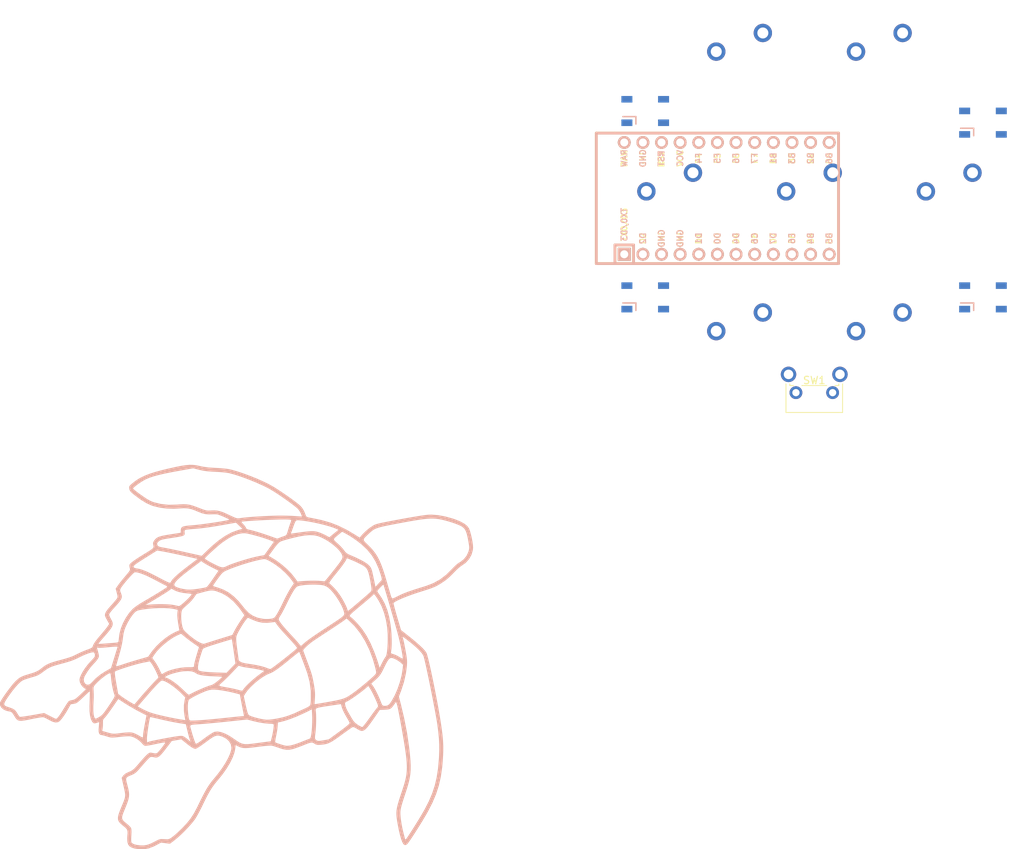
<source format=kicad_pcb>
(kicad_pcb (version 20211014) (generator pcbnew)
  (layers (0 "F.Cu" signal) (31 "B.Cu" signal) (34 "B.Paste" user) (35 "F.Paste" user) (36 "B.SilkS" user "B.Silkscreen") (37 "F.SilkS" user "F.Silkscreen") (38 "B.Mask" user) (39 "F.Mask" user) (44 "Edge.Cuts" user))
  (net 0 "")
  (net 2 "GND")
  (net 3 "VCC")
  (net 4 "reset")
  (net 5 "Net-(RGB1-Pad2)")
  (net 6 "LED")
  (net 7 "Net-(RGB2-Pad2)")
  (net 8 "Net-(RGB3-Pad2)")
  (net 11 "MX1")
  (net 12 "MX2")
  (net 13 "MX3")
  (net 15 "MX4")
  (net 16 "MX5")
  (net 17 "MX6")
  (net 18 "MX7")
  (footprint "0xcb:SW_Cherry_MX_PCB_1.00u" (layer "F.Cu") (at 137.31875 108.825939)
    (fp_text reference "MX7")
    (fp_text value "MX-NoLED")
    (pad "" np_thru_hole circle (at 0 0) (size 4 4) (drill 4) (layers *.Cu *.Mask))
    (pad "" np_thru_hole circle (at 5.08 0) (size 1.75 1.75) (drill 1.75) (layers *.Cu *.Mask))
    (pad "" np_thru_hole circle (at -5.08 0) (size 1.75 1.75) (drill 1.75) (layers *.Cu *.Mask))
    (pad "1" thru_hole circle (at -3.81 -2.54) (size 2.5 2.5) (drill 1.5) (layers *.Cu *.Mask) (net 2 "GND"))
    (pad "2" thru_hole circle (at 2.54 -5.08) (size 2.5 2.5) (drill 1.5) (layers *.Cu *.Mask) (net 18 "MX7"))
  )
  (footprint "0xcb:SW_Cherry_MX_PCB_1.00u" (layer "F.Cu") (at 118.26875 70.725939)
    (fp_text reference "MX1")
    (fp_text value "MX-NoLED")
    (pad "" np_thru_hole circle (at 5.08 0) (size 1.75 1.75) (drill 1.75) (layers *.Cu *.Mask))
    (pad "" np_thru_hole circle (at 0 0) (size 4 4) (drill 4) (layers *.Cu *.Mask))
    (pad "" np_thru_hole circle (at -5.08 0) (size 1.75 1.75) (drill 1.75) (layers *.Cu *.Mask))
    (pad "1" thru_hole circle (at -3.81 -2.54) (size 2.5 2.5) (drill 1.5) (layers *.Cu *.Mask) (net 2 "GND"))
    (pad "2" thru_hole circle (at 2.54 -5.08) (size 2.5 2.5) (drill 1.5) (layers *.Cu *.Mask) (net 11 "MX1"))
  )
  (footprint "Keebio-Parts:ArduinoProMicro" (layer "F.Cu") (at 115.8875 88.188439)
    (fp_text reference "U1" hide)
    (fp_text value "ProMicro" hide)
    (fp_text user "E6" (at 8.89 5.461 90) (layer "B.SilkS") (effects (font (size 0.8 0.8)) (justify mirror)))
    (fp_text user "RAW" (at -13.97 -5.461 90) (layer "B.SilkS") (effects (font (size 0.8 0.8)) (justify mirror)))
    (fp_text user "F4" (at -3.81 -5.461 90) (layer "B.SilkS") (effects (font (size 0.8 0.8)) (justify mirror)))
    (fp_text user "B1" (at 6.35 -5.461 90) (layer "B.SilkS") (effects (font (size 0.8 0.8)) (justify mirror)))
    (fp_text user "VCC" (at -6.35 -5.461 90) (layer "B.SilkS") (effects (font (size 0.8 0.8)) (justify mirror)))
    (fp_text user "ST" (at -8.91 -5.04 90) (layer "B.SilkS") (effects (font (size 0.8 0.8)) (justify mirror)))
    (fp_text user "D4" (at 1.27 5.461 90) (layer "B.SilkS") (effects (font (size 0.8 0.8)) (justify mirror)))
    (fp_text user "D2" (at -11.43 5.461 90) (layer "B.SilkS") (effects (font (size 0.8 0.8)) (justify mirror)))
    (fp_text user "F5" (at -1.27 -5.461 90) (layer "B.SilkS") (effects (font (size 0.8 0.8)) (justify mirror)))
    (fp_text user "D1" (at -3.81 5.461 90) (layer "B.SilkS") (effects (font (size 0.8 0.8)) (justify mirror)))
    (fp_text user "B2" (at 11.43 -5.461 90) (layer "B.SilkS") (effects (font (size 0.8 0.8)) (justify mirror)))
    (fp_text user "F7" (at 3.81 -5.461 90) (layer "B.SilkS") (effects (font (size 0.8 0.8)) (justify mirror)))
    (fp_text user "C6" (at 3.81 5.461 90) (layer "B.SilkS") (effects (font (size 0.8 0.8)) (justify mirror)))
    (fp_text user "D0" (at -1.27 5.461 90) (layer "B.SilkS") (effects (font (size 0.8 0.8)) (justify mirror)))
    (fp_text user "GND" (at -6.35 5.461 90) (layer "B.SilkS") (effects (font (size 0.8 0.8)) (justify mirror)))
    (fp_text user "B4" (at 11.43 5.461 90) (layer "B.SilkS") (effects (font (size 0.8 0.8)) (justify mirror)))
    (fp_text user "GND" (at -8.89 5.461 90) (layer "B.SilkS") (effects (font (size 0.8 0.8)) (justify mirror)))
    (fp_text user "F6" (at 1.27 -5.461 90) (layer "B.SilkS") (effects (font (size 0.8 0.8)) (justify mirror)))
    (fp_text user "TX0/D3" (at -13.97 3.571872 90) (layer "B.SilkS") (effects (font (size 0.8 0.8)) (justify mirror)))
    (fp_text user "B3" (at 8.89 -5.461 90) (layer "B.SilkS") (effects (font (size 0.8 0.8)) (justify mirror)))
    (fp_text user "B5" (at 13.97 5.461 90) (layer "B.SilkS") (effects (font (size 0.8 0.8)) (justify mirror)))
    (fp_text user "D7" (at 6.35 5.461 90) (layer "B.SilkS") (effects (font (size 0.8 0.8)) (justify mirror)))
    (fp_text user "GND" (at -11.43 -5.461 90) (layer "B.SilkS") (effects (font (size 0.8 0.8)) (justify mirror)))
    (fp_text user "B6" (at 13.97 -5.461 90) (layer "B.SilkS") (effects (font (size 0.8 0.8)) (justify mirror)))
    (fp_text user "C6" (at 3.81 5.461 90) (layer "F.SilkS") (effects (font (size 0.8 0.8))))
    (fp_text user "GND" (at -6.35 5.461 90) (layer "F.SilkS") (effects (font (size 0.8 0.8))))
    (fp_text user "B5" (at 13.97 5.461 90) (layer "F.SilkS") (effects (font (size 0.8 0.8))))
    (fp_text user "GND" (at -11.43 -5.461 90) (layer "F.SilkS") (effects (font (size 0.8 0.8))))
    (fp_text user "E6" (at 8.89 5.461 90) (layer "F.SilkS") (effects (font (size 0.8 0.8))))
    (fp_text user "F7" (at 3.81 -5.461 90) (layer "F.SilkS") (effects (font (size 0.8 0.8))))
    (fp_text user "D7" (at 6.35 5.461 90) (layer "F.SilkS") (effects (font (size 0.8 0.8))))
    (fp_text user "D4" (at 1.27 5.461 90) (layer "F.SilkS") (effects (font (size 0.8 0.8))))
    (fp_text user "B6" (at 13.97 -5.461 90) (layer "F.SilkS") (effects (font (size 0.8 0.8))))
    (fp_text user "F4" (at -3.81 -5.461 90) (layer "F.SilkS") (effects (font (size 0.8 0.8))))
    (fp_text user "ST" (at -8.92 -5.73312 90) (layer "F.SilkS") (effects (font (size 0.8 0.8))))
    (fp_text user "RAW" (at -13.97 -5.461 90) (layer "F.SilkS") (effects (font (size 0.8 0.8))))
    (fp_text user "GND" (at -8.89 5.461 90) (layer "F.SilkS") (effects (font (size 0.8 0.8))))
    (fp_text user "F6" (at 1.27 -5.461 90) (layer "F.SilkS") (effects (font (size 0.8 0.8))))
    (fp_text user "D1" (at -3.81 5.461 90) (layer "F.SilkS") (effects (font (size 0.8 0.8))))
    (fp_text user "D0" (at -1.27 5.461 90) (layer "F.SilkS") (effects (font (size 0.8 0.8))))
    (fp_text user "VCC" (at -6.35 -5.461 90) (layer "F.SilkS") (effects (font (size 0.8 0.8))))
    (fp_text user "B2" (at 11.43 -5.461 90) (layer "F.SilkS") (effects (font (size 0.8 0.8))))
    (fp_text user "TX0/D3" (at -13.97 3.571872 90) (layer "F.SilkS") (effects (font (size 0.8 0.8))))
    (fp_text user "B1" (at 6.35 -5.461 90) (layer "F.SilkS") (effects (font (size 0.8 0.8))))
    (fp_text user "B3" (at 8.89 -5.461 90) (layer "F.SilkS") (effects (font (size 0.8 0.8))))
    (fp_text user "D2" (at -11.43 5.461 90) (layer "F.SilkS") (effects (font (size 0.8 0.8))))
    (fp_text user "F5" (at -1.27 -5.461 90) (layer "F.SilkS") (effects (font (size 0.8 0.8))))
    (fp_text user "B4" (at 11.43 5.461 90) (layer "F.SilkS") (effects (font (size 0.8 0.8))))
    (pad "1" thru_hole rect locked (at -13.97 7.62) (size 1.7526 1.7526) (drill 1.0922) (layers *.Cu *.SilkS *.Mask) (net 6 "LED"))
    (pad "2" thru_hole circle locked (at -11.43 7.62) (size 1.7526 1.7526) (drill 1.0922) (layers *.Cu *.SilkS *.Mask))
    (pad "3" thru_hole circle locked (at -8.89 7.62) (size 1.7526 1.7526) (drill 1.0922) (layers *.Cu *.SilkS *.Mask) (net 2 "GND"))
    (pad "4" thru_hole circle locked (at -6.35 7.62) (size 1.7526 1.7526) (drill 1.0922) (layers *.Cu *.SilkS *.Mask) (net 2 "GND"))
    (pad "5" thru_hole circle locked (at -3.81 7.62) (size 1.7526 1.7526) (drill 1.0922) (layers *.Cu *.SilkS *.Mask))
    (pad "6" thru_hole circle locked (at -1.27 7.62) (size 1.7526 1.7526) (drill 1.0922) (layers *.Cu *.SilkS *.Mask))
    (pad "7" thru_hole circle locked (at 1.27 7.62) (size 1.7526 1.7526) (drill 1.0922) (layers *.Cu *.SilkS *.Mask))
    (pad "8" thru_hole circle locked (at 3.81 7.62) (size 1.7526 1.7526) (drill 1.0922) (layers *.Cu *.SilkS *.Mask))
    (pad "9" thru_hole circle locked (at 6.35 7.62) (size 1.7526 1.7526) (drill 1.0922) (layers *.Cu *.SilkS *.Mask) (net 12 "MX2"))
    (pad "10" thru_hole circle locked (at 8.89 7.62) (size 1.7526 1.7526) (drill 1.0922) (layers *.Cu *.SilkS *.Mask) (net 11 "MX1"))
    (pad "11" thru_hole circle locked (at 11.43 7.62) (size 1.7526 1.7526) (drill 1.0922) (layers *.Cu *.SilkS *.Mask) (net 17 "MX6"))
    (pad "12" thru_hole circle locked (at 13.97 7.62) (size 1.7526 1.7526) (drill 1.0922) (layers *.Cu *.SilkS *.Mask) (net 16 "MX5"))
    (pad "13" thru_hole circle locked (at 13.97 -7.62) (size 1.7526 1.7526) (drill 1.0922) (layers *.Cu *.SilkS *.Mask))
    (pad "14" thru_hole circle locked (at 11.43 -7.62) (size 1.7526 1.7526) (drill 1.0922) (layers *.Cu *.SilkS *.Mask) (net 18 "MX7"))
    (pad "15" thru_hole circle locked (at 8.89 -7.62) (size 1.7526 1.7526) (drill 1.0922) (layers *.Cu *.SilkS *.Mask) (net 15 "MX4"))
    (pad "16" thru_hole circle locked (at 6.35 -7.62) (size 1.7526 1.7526) (drill 1.0922) (layers *.Cu *.SilkS *.Mask) (net 13 "MX3"))
    (pad "17" thru_hole circle locked (at 3.81 -7.62) (size 1.7526 1.7526) (drill 1.0922) (layers *.Cu *.SilkS *.Mask))
    (pad "18" thru_hole circle locked (at 1.27 -7.62) (size 1.7526 1.7526) (drill 1.0922) (layers *.Cu *.SilkS *.Mask))
    (pad "19" thru_hole circle locked (at -1.27 -7.62) (size 1.7526 1.7526) (drill 1.0922) (layers *.Cu *.SilkS *.Mask))
    (pad "20" thru_hole circle locked (at -3.81 -7.62) (size 1.7526 1.7526) (drill 1.0922) (layers *.Cu *.SilkS *.Mask))
    (pad "21" thru_hole circle locked (at -6.35 -7.62) (size 1.7526 1.7526) (drill 1.0922) (layers *.Cu *.SilkS *.Mask) (net 3 "VCC"))
    (pad "22" thru_hole circle locked (at -8.89 -7.62) (size 1.7526 1.7526) (drill 1.0922) (layers *.Cu *.SilkS *.Mask) (net 4 "reset"))
    (pad "23" thru_hole circle locked (at -11.43 -7.62) (size 1.7526 1.7526) (drill 1.0922) (layers *.Cu *.SilkS *.Mask) (net 2 "GND"))
    (pad "24" thru_hole circle locked (at -13.97 -7.62) (size 1.7526 1.7526) (drill 1.0922) (layers *.Cu *.SilkS *.Mask))
  )
  (footprint "Keebio-Parts:SW_Tactile_SPST_Angled_MJTP1117" (layer "F.Cu") (at 130.31875 114.669689 180)
    (fp_text reference "SW1" (at 2.5 1.68) (layer "F.SilkS"))
    (fp_text value "SW_Push")
    (pad "" thru_hole circle (at -1 2.49 180) (size 2.1 2.1) (drill 1.3) (layers *.Cu *.Mask))
    (pad "" thru_hole circle (at 6.01 2.49 180) (size 2.1 2.1) (drill 1.3) (layers *.Cu *.Mask))
    (pad "1" thru_hole circle (at 0 0 180) (size 1.75 1.75) (drill 0.99) (layers *.Cu *.Mask) (net 4 "reset"))
    (pad "2" thru_hole circle (at 5 0 180) (size 1.75 1.75) (drill 0.99) (layers *.Cu *.Mask) (net 2 "GND"))
  )
  (footprint "0xcb:SW_Cherry_MX_PCB_1.00u" (layer "F.Cu") (at 127.79375 89.775939)
    (fp_text reference "MX4")
    (fp_text value "MX-NoLED")
    (pad "" np_thru_hole circle (at 5.08 0) (size 1.75 1.75) (drill 1.75) (layers *.Cu *.Mask))
    (pad "" np_thru_hole circle (at -5.08 0) (size 1.75 1.75) (drill 1.75) (layers *.Cu *.Mask))
    (pad "" np_thru_hole circle (at 0 0) (size 4 4) (drill 4) (layers *.Cu *.Mask))
    (pad "1" thru_hole circle (at -3.81 -2.54) (size 2.5 2.5) (drill 1.5) (layers *.Cu *.Mask) (net 2 "GND"))
    (pad "2" thru_hole circle (at 2.54 -5.08) (size 2.5 2.5) (drill 1.5) (layers *.Cu *.Mask) (net 15 "MX4"))
  )
  (footprint "0xcb:SW_Cherry_MX_PCB_1.00u" (layer "F.Cu") (at 137.31875 70.725939)
    (fp_text reference "MX2")
    (fp_text value "MX-NoLED")
    (pad "" np_thru_hole circle (at -5.08 0) (size 1.75 1.75) (drill 1.75) (layers *.Cu *.Mask))
    (pad "" np_thru_hole circle (at 0 0) (size 4 4) (drill 4) (layers *.Cu *.Mask))
    (pad "" np_thru_hole circle (at 5.08 0) (size 1.75 1.75) (drill 1.75) (layers *.Cu *.Mask))
    (pad "1" thru_hole circle (at -3.81 -2.54) (size 2.5 2.5) (drill 1.5) (layers *.Cu *.Mask) (net 2 "GND"))
    (pad "2" thru_hole circle (at 2.54 -5.08) (size 2.5 2.5) (drill 1.5) (layers *.Cu *.Mask) (net 12 "MX2"))
  )
  (footprint "0xcb:SW_Cherry_MX_PCB_1.00u" (layer "F.Cu") (at 146.84375 89.775939)
    (fp_text reference "MX5")
    (fp_text value "MX-NoLED")
    (pad "" np_thru_hole circle (at -5.08 0) (size 1.75 1.75) (drill 1.75) (layers *.Cu *.Mask))
    (pad "" np_thru_hole circle (at 0 0) (size 4 4) (drill 4) (layers *.Cu *.Mask))
    (pad "" np_thru_hole circle (at 5.08 0) (size 1.75 1.75) (drill 1.75) (layers *.Cu *.Mask))
    (pad "1" thru_hole circle (at -3.81 -2.54) (size 2.5 2.5) (drill 1.5) (layers *.Cu *.Mask) (net 2 "GND"))
    (pad "2" thru_hole circle (at 2.54 -5.08) (size 2.5 2.5) (drill 1.5) (layers *.Cu *.Mask) (net 16 "MX5"))
  )
  (footprint "0xcb:SW_Cherry_MX_PCB_1.00u" (layer "F.Cu") (at 118.26875 108.825939)
    (fp_text reference "MX6")
    (fp_text value "MX-NoLED")
    (pad "" np_thru_hole circle (at -5.08 0) (size 1.75 1.75) (drill 1.75) (layers *.Cu *.Mask))
    (pad "" np_thru_hole circle (at 0 0) (size 4 4) (drill 4) (layers *.Cu *.Mask))
    (pad "" np_thru_hole circle (at 5.08 0) (size 1.75 1.75) (drill 1.75) (layers *.Cu *.Mask))
    (pad "1" thru_hole circle (at -3.81 -2.54) (size 2.5 2.5) (drill 1.5) (layers *.Cu *.Mask) (net 2 "GND"))
    (pad "2" thru_hole circle (at 2.54 -5.08) (size 2.5 2.5) (drill 1.5) (layers *.Cu *.Mask) (net 17 "MX6"))
  )
  (footprint "0xcb:SW_Cherry_MX_PCB_1.00u" (layer "F.Cu") (at 108.74375 89.775939)
    (fp_text reference "MX3")
    (fp_text value "MX-NoLED")
    (pad "" np_thru_hole circle (at -5.08 0) (size 1.75 1.75) (drill 1.75) (layers *.Cu *.Mask))
    (pad "" np_thru_hole circle (at 0 0) (size 4 4) (drill 4) (layers *.Cu *.Mask))
    (pad "" np_thru_hole circle (at 5.08 0) (size 1.75 1.75) (drill 1.75) (layers *.Cu *.Mask))
    (pad "1" thru_hole circle (at -3.81 -2.54) (size 2.5 2.5) (drill 1.5) (layers *.Cu *.Mask) (net 2 "GND"))
    (pad "2" thru_hole circle (at 2.54 -5.08) (size 2.5 2.5) (drill 1.5) (layers *.Cu *.Mask) (net 13 "MX3"))
  )
  (footprint "Keebio-Parts:WS2812B" (layer "B.Cu") (at 150.8125 101.682189 180)
    (fp_text reference "RGB3" hide)
    (fp_text value "WS2812B" hide)
    (pad "1" smd rect (at -2.49936 1.6002 90) (size 0.89916 1.50114) (layers "B.Cu" "B.Paste" "B.Mask") (net 3 "VCC"))
    (pad "2" smd rect (at -2.49936 -1.6002 90) (size 0.89916 1.50114) (layers "B.Cu" "B.Paste" "B.Mask") (net 8 "Net-(RGB3-Pad2)"))
    (pad "3" smd rect (at 2.49936 -1.6002 90) (size 0.89916 1.50114) (layers "B.Cu" "B.Paste" "B.Mask") (net 2 "GND"))
    (pad "4" smd rect (at 2.49936 1.6002 90) (size 0.89916 1.50114) (layers "B.Cu" "B.Paste" "B.Mask") (net 7 "Net-(RGB2-Pad2)"))
  )
  (footprint "Keebio-Parts:WS2812B" (layer "B.Cu") (at 104.775 101.682189 180)
    (fp_text reference "RGB2" hide)
    (fp_text value "WS2812B" hide)
    (pad "1" smd rect (at -2.49936 1.6002 90) (size 0.89916 1.50114) (layers "B.Cu" "B.Paste" "B.Mask") (net 3 "VCC"))
    (pad "2" smd rect (at -2.49936 -1.6002 90) (size 0.89916 1.50114) (layers "B.Cu" "B.Paste" "B.Mask") (net 7 "Net-(RGB2-Pad2)"))
    (pad "3" smd rect (at 2.49936 -1.6002 90) (size 0.89916 1.50114) (layers "B.Cu" "B.Paste" "B.Mask") (net 2 "GND"))
    (pad "4" smd rect (at 2.49936 1.6002 90) (size 0.89916 1.50114) (layers "B.Cu" "B.Paste" "B.Mask") (net 5 "Net-(RGB1-Pad2)"))
  )
  (footprint "Keebio-Parts:WS2812B" (layer "B.Cu") (at 104.775 76.282189 180)
    (fp_text reference "RGB1" hide)
    (fp_text value "WS2812B" hide)
    (pad "1" smd rect (at -2.49936 1.6002 90) (size 0.89916 1.50114) (layers "B.Cu" "B.Paste" "B.Mask") (net 3 "VCC"))
    (pad "2" smd rect (at -2.49936 -1.6002 90) (size 0.89916 1.50114) (layers "B.Cu" "B.Paste" "B.Mask") (net 5 "Net-(RGB1-Pad2)"))
    (pad "3" smd rect (at 2.49936 -1.6002 90) (size 0.89916 1.50114) (layers "B.Cu" "B.Paste" "B.Mask") (net 2 "GND"))
    (pad "4" smd rect (at 2.49936 1.6002 90) (size 0.89916 1.50114) (layers "B.Cu" "B.Paste" "B.Mask") (net 6 "LED"))
  )
  (footprint "LOGO" (layer "B.Cu") (at 50.00625 151.688439 -170)
    (fp_text reference "G***" hide)
    (fp_text value "LOGO" hide)
  )
  (footprint "Keebio-Parts:WS2812B" (layer "B.Cu") (at 150.8125 77.869689 180)
    (fp_text reference "RGB4" hide)
    (fp_text value "WS2812B" hide)
    (pad "1" smd rect (at -2.49936 1.6002 90) (size 0.89916 1.50114) (layers "B.Cu" "B.Paste" "B.Mask") (net 3 "VCC"))
    (pad "2" smd rect (at -2.49936 -1.6002 90) (size 0.89916 1.50114) (layers "B.Cu" "B.Paste" "B.Mask"))
    (pad "3" smd rect (at 2.49936 -1.6002 90) (size 0.89916 1.50114) (layers "B.Cu" "B.Paste" "B.Mask") (net 2 "GND"))
    (pad "4" smd rect (at 2.49936 1.6002 90) (size 0.89916 1.50114) (layers "B.Cu" "B.Paste" "B.Mask") (net 8 "Net-(RGB3-Pad2)"))
  )
)
</source>
